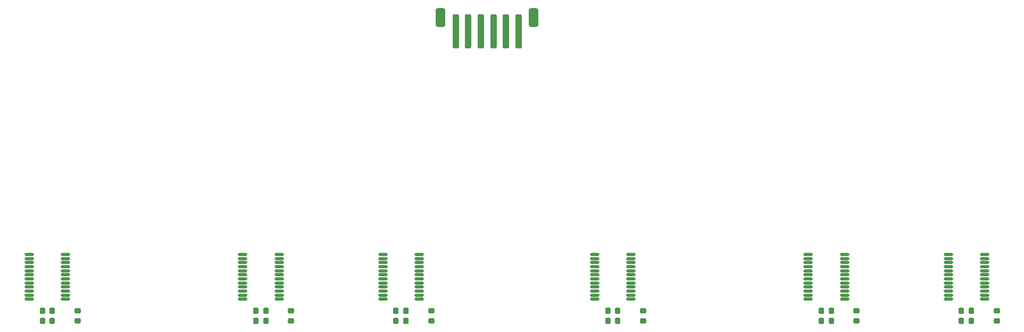
<source format=gbp>
G04*
G04 #@! TF.GenerationSoftware,Altium Limited,Altium Designer,21.3.2 (30)*
G04*
G04 Layer_Color=128*
%FSLAX44Y44*%
%MOMM*%
G71*
G04*
G04 #@! TF.SameCoordinates,78750805-DB91-4CD3-9BAD-7DFD151DFB16*
G04*
G04*
G04 #@! TF.FilePolarity,Positive*
G04*
G01*
G75*
G04:AMPARAMS|DCode=22|XSize=0.95mm|YSize=0.9mm|CornerRadius=0.225mm|HoleSize=0mm|Usage=FLASHONLY|Rotation=180.000|XOffset=0mm|YOffset=0mm|HoleType=Round|Shape=RoundedRectangle|*
%AMROUNDEDRECTD22*
21,1,0.9500,0.4500,0,0,180.0*
21,1,0.5000,0.9000,0,0,180.0*
1,1,0.4500,-0.2500,0.2250*
1,1,0.4500,0.2500,0.2250*
1,1,0.4500,0.2500,-0.2250*
1,1,0.4500,-0.2500,-0.2250*
%
%ADD22ROUNDEDRECTD22*%
G04:AMPARAMS|DCode=23|XSize=0.95mm|YSize=0.9mm|CornerRadius=0.225mm|HoleSize=0mm|Usage=FLASHONLY|Rotation=90.000|XOffset=0mm|YOffset=0mm|HoleType=Round|Shape=RoundedRectangle|*
%AMROUNDEDRECTD23*
21,1,0.9500,0.4500,0,0,90.0*
21,1,0.5000,0.9000,0,0,90.0*
1,1,0.4500,0.2250,0.2500*
1,1,0.4500,0.2250,-0.2500*
1,1,0.4500,-0.2250,-0.2500*
1,1,0.4500,-0.2250,0.2500*
%
%ADD23ROUNDEDRECTD23*%
%ADD24O,1.5000X0.4500*%
G04:AMPARAMS|DCode=25|XSize=1.6mm|YSize=3mm|CornerRadius=0.4mm|HoleSize=0mm|Usage=FLASHONLY|Rotation=0.000|XOffset=0mm|YOffset=0mm|HoleType=Round|Shape=RoundedRectangle|*
%AMROUNDEDRECTD25*
21,1,1.6000,2.2000,0,0,0.0*
21,1,0.8000,3.0000,0,0,0.0*
1,1,0.8000,0.4000,-1.1000*
1,1,0.8000,-0.4000,-1.1000*
1,1,0.8000,-0.4000,1.1000*
1,1,0.8000,0.4000,1.1000*
%
%ADD25ROUNDEDRECTD25*%
G04:AMPARAMS|DCode=26|XSize=1mm|YSize=5.5mm|CornerRadius=0.25mm|HoleSize=0mm|Usage=FLASHONLY|Rotation=0.000|XOffset=0mm|YOffset=0mm|HoleType=Round|Shape=RoundedRectangle|*
%AMROUNDEDRECTD26*
21,1,1.0000,5.0000,0,0,0.0*
21,1,0.5000,5.5000,0,0,0.0*
1,1,0.5000,0.2500,-2.5000*
1,1,0.5000,-0.2500,-2.5000*
1,1,0.5000,-0.2500,2.5000*
1,1,0.5000,0.2500,2.5000*
%
%ADD26ROUNDEDRECTD26*%
D22*
X198000Y96000D02*
D03*
Y80000D02*
D03*
X538000Y96000D02*
D03*
Y80000D02*
D03*
X761000D02*
D03*
Y96000D02*
D03*
X1098000D02*
D03*
Y80000D02*
D03*
X1438000Y96000D02*
D03*
Y80000D02*
D03*
X1661000Y96000D02*
D03*
Y80000D02*
D03*
D23*
X498000Y80000D02*
D03*
X482000D02*
D03*
X498000Y96000D02*
D03*
X482000D02*
D03*
X721000Y80000D02*
D03*
X705000D02*
D03*
X721000Y96000D02*
D03*
X705000D02*
D03*
X1058000Y80000D02*
D03*
X1042000D02*
D03*
X1058000Y96000D02*
D03*
X1042000D02*
D03*
X1398000Y80000D02*
D03*
X1382000D02*
D03*
X1398000Y96000D02*
D03*
X1382000D02*
D03*
X1621000D02*
D03*
X1605000D02*
D03*
X1621000Y80000D02*
D03*
X1605000D02*
D03*
X142000D02*
D03*
X158000D02*
D03*
X142000Y96000D02*
D03*
X158000D02*
D03*
D24*
X1584000Y114250D02*
D03*
Y120750D02*
D03*
Y127250D02*
D03*
Y133750D02*
D03*
Y140250D02*
D03*
Y146750D02*
D03*
Y153250D02*
D03*
Y159750D02*
D03*
Y166250D02*
D03*
Y172750D02*
D03*
Y179250D02*
D03*
Y185750D02*
D03*
X1642000Y114250D02*
D03*
Y120750D02*
D03*
Y127250D02*
D03*
Y133750D02*
D03*
Y140250D02*
D03*
Y146750D02*
D03*
Y153250D02*
D03*
Y159750D02*
D03*
Y166250D02*
D03*
Y172750D02*
D03*
Y179250D02*
D03*
Y185750D02*
D03*
X1079000D02*
D03*
Y179250D02*
D03*
Y172750D02*
D03*
Y166250D02*
D03*
Y159750D02*
D03*
Y153250D02*
D03*
Y146750D02*
D03*
Y140250D02*
D03*
Y133750D02*
D03*
Y127250D02*
D03*
Y120750D02*
D03*
Y114250D02*
D03*
X1021000Y185750D02*
D03*
Y179250D02*
D03*
Y172750D02*
D03*
Y166250D02*
D03*
Y159750D02*
D03*
Y153250D02*
D03*
Y146750D02*
D03*
Y140250D02*
D03*
Y133750D02*
D03*
Y127250D02*
D03*
Y120750D02*
D03*
Y114250D02*
D03*
X1419000Y185750D02*
D03*
Y179250D02*
D03*
Y172750D02*
D03*
Y166250D02*
D03*
Y159750D02*
D03*
Y153250D02*
D03*
Y146750D02*
D03*
Y140250D02*
D03*
Y133750D02*
D03*
Y127250D02*
D03*
Y120750D02*
D03*
Y114250D02*
D03*
X1361000Y185750D02*
D03*
Y179250D02*
D03*
Y172750D02*
D03*
Y166250D02*
D03*
Y159750D02*
D03*
Y153250D02*
D03*
Y146750D02*
D03*
Y140250D02*
D03*
Y133750D02*
D03*
Y127250D02*
D03*
Y120750D02*
D03*
Y114250D02*
D03*
X742000Y185750D02*
D03*
Y179250D02*
D03*
Y172750D02*
D03*
Y166250D02*
D03*
Y159750D02*
D03*
Y153250D02*
D03*
Y146750D02*
D03*
Y140250D02*
D03*
Y133750D02*
D03*
Y127250D02*
D03*
Y120750D02*
D03*
Y114250D02*
D03*
X684000Y185750D02*
D03*
Y179250D02*
D03*
Y172750D02*
D03*
Y166250D02*
D03*
Y159750D02*
D03*
Y153250D02*
D03*
Y146750D02*
D03*
Y140250D02*
D03*
Y133750D02*
D03*
Y127250D02*
D03*
Y120750D02*
D03*
Y114250D02*
D03*
X519000Y185750D02*
D03*
Y179250D02*
D03*
Y172750D02*
D03*
Y166250D02*
D03*
Y159750D02*
D03*
Y153250D02*
D03*
Y146750D02*
D03*
Y140250D02*
D03*
Y133750D02*
D03*
Y127250D02*
D03*
Y120750D02*
D03*
Y114250D02*
D03*
X461000Y185750D02*
D03*
Y179250D02*
D03*
Y172750D02*
D03*
Y166250D02*
D03*
Y159750D02*
D03*
Y153250D02*
D03*
Y146750D02*
D03*
Y140250D02*
D03*
Y133750D02*
D03*
Y127250D02*
D03*
Y120750D02*
D03*
Y114250D02*
D03*
X179000Y185750D02*
D03*
Y179250D02*
D03*
Y172750D02*
D03*
Y166250D02*
D03*
Y159750D02*
D03*
Y153250D02*
D03*
Y146750D02*
D03*
Y140250D02*
D03*
Y133750D02*
D03*
Y127250D02*
D03*
Y120750D02*
D03*
Y114250D02*
D03*
X121000Y185750D02*
D03*
Y179250D02*
D03*
Y172750D02*
D03*
Y166250D02*
D03*
Y159750D02*
D03*
Y153250D02*
D03*
Y146750D02*
D03*
Y140250D02*
D03*
Y133750D02*
D03*
Y127250D02*
D03*
Y120750D02*
D03*
Y114250D02*
D03*
D25*
X924000Y563000D02*
D03*
X776000D02*
D03*
D26*
X900000Y541000D02*
D03*
X800000D02*
D03*
X820000D02*
D03*
X840000D02*
D03*
X860000D02*
D03*
X880000D02*
D03*
M02*

</source>
